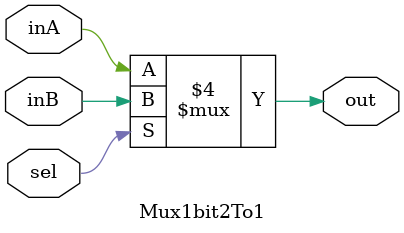
<source format=v>
`timescale 1ns / 1ps


module Mux1bit2To1(out, inA, inB, sel);

    output reg  out;
    
    input  inA;
    input  inB;
    input sel;

    always @(*) begin
    if(sel==0)
        out <= inA;
    else
        out <= inB;
end


endmodule

</source>
